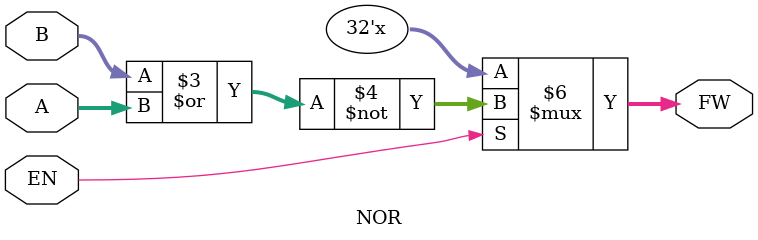
<source format=v>
module NOR(FW,A,B,EN);
    parameter N=32;
    input [N-1:0] A,B;
    input EN;
    output reg [N-1:0] FW;
    
    always @(A,B,EN) begin
        if(EN==1) FW<=~(B|A);
        else FW<=32'bz;
    end
endmodule

</source>
